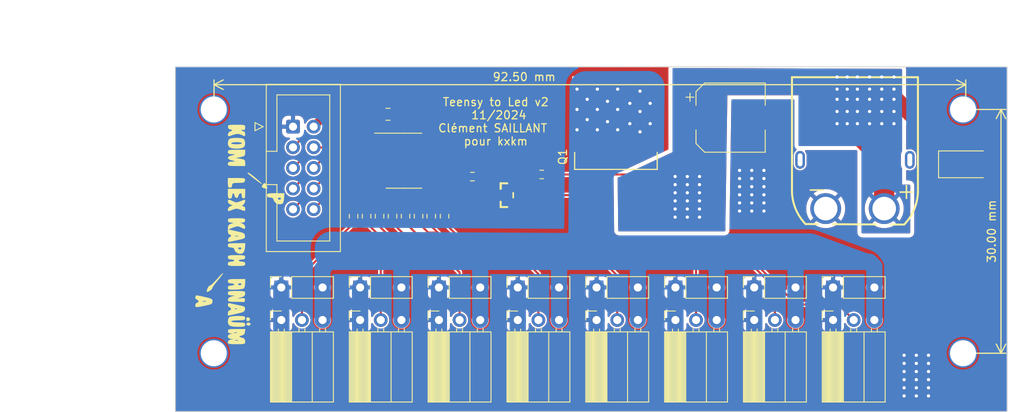
<source format=kicad_pcb>
(kicad_pcb (version 20240108) (generator "pcbnew") (generator_version "8.0")
  (layers (0 "F.Cu" signal) (31 "B.Cu" signal) (34 "B.Paste" user) (35 "F.Paste" user) (36 "B.SilkS" user "B.Silkscreen") (37 "F.SilkS" user "F.Silkscreen") (38 "B.Mask" user) (39 "F.Mask" user) (44 "Edge.Cuts" user))
  (net 0 "")
  (net 1 "+5V")
  (net 2 "GND")
  (net 3 "+12V")
  (net 4 "/LED_B_1")
  (net 5 "/LED_B_2")
  (net 6 "/LED_B_3")
  (net 7 "/LED_B_4")
  (net 8 "/LED_B_5")
  (net 9 "/LED_B_6")
  (net 10 "/LED_B_7")
  (net 11 "/LED_B_8")
  (net 12 "/LED_1")
  (net 13 "/LED_2")
  (net 14 "/LED_3")
  (net 15 "/LED_4")
  (net 16 "/LED_5")
  (net 17 "/LED_8")
  (net 18 "/LED_7")
  (net 19 "/LED_6")
  (net 20 "Net-(U1-B0)")
  (net 21 "Net-(U1-B1)")
  (net 22 "Net-(U1-B2)")
  (net 23 "Net-(U1-B3)")
  (net 24 "Net-(U1-B4)")
  (net 25 "Net-(U1-B5)")
  (net 26 "Net-(U1-B6)")
  (net 27 "Net-(U1-B7)")
  (net 28 "+BATT")
  (net 29 "Net-(Q1-G)")
  (net 30 "Net-(Q2-B)")
  (footprint "Resistor_SMD:R_0603_1608Metric" (layer "F.Cu") (at 91.6 58.13 -90)
    (property "Reference" "R2" (hide yes))
    (property "Value" "100R" (hide yes))
    (pad "1" smd roundrect (at -0.825 0 270) (size 0.8 0.95) (layers "F.Cu" "F.Paste" "F.Mask") (net 21 "Net-(U1-B1)"))
    (pad "2" smd roundrect (at 0.825 0 270) (size 0.8 0.95) (layers "F.Cu" "F.Paste" "F.Mask") (net 5 "/LED_B_2"))
  )
  (footprint "Connector_PinSocket_2.54mm:PinSocket_1x03_P2.54mm_Horizontal" (layer "F.Cu") (at 139.308 70.911 90)
    (property "Reference" "J7" (hide yes))
    (property "Value" "Conn_01x03_Pin" (hide yes))
    (pad "1" thru_hole rect (at 0 0 90) (size 1.7 1.7) (drill 1) (layers "*.Cu" "*.Mask") (net 2 "GND"))
    (pad "2" thru_hole oval (at 0 2.54 90) (size 1.7 1.7) (drill 1) (layers "*.Cu" "*.Mask") (net 10 "/LED_B_7"))
    (pad "3" thru_hole oval (at 0 5.08 90) (size 1.7 1.7) (drill 1) (layers "*.Cu" "*.Mask") (net 3 "+12V"))
  )
  (footprint "Connector_PinSocket_2.54mm:PinSocket_1x03_P2.54mm_Vertical" (layer "F.Cu") (at 149.008 66.904 90)
    (property "Reference" "J16" (hide yes))
    (property "Value" "Conn_01x03_Pin" (hide yes))
    (pad "1" thru_hole rect (at 0 0 90) (size 1.7 1.7) (drill 1) (layers "*.Cu" "*.Mask") (net 2 "GND"))
    (pad "3" thru_hole oval (at 0 5.08 90) (size 1.7 1.7) (drill 1) (layers "*.Cu" "*.Mask") (net 3 "+12V"))
  )
  (footprint "Connector_PinSocket_2.54mm:PinSocket_1x03_P2.54mm_Vertical" (layer "F.Cu") (at 119.908 66.904 90)
    (property "Reference" "J13" (hide yes))
    (property "Value" "Conn_01x03_Pin" (hide yes))
    (pad "1" thru_hole rect (at 0 0 90) (size 1.7 1.7) (drill 1) (layers "*.Cu" "*.Mask") (net 2 "GND"))
    (pad "3" thru_hole oval (at 0 5.08 90) (size 1.7 1.7) (drill 1) (layers "*.Cu" "*.Mask") (net 3 "+12V"))
  )
  (footprint "Connector_PinSocket_2.54mm:PinSocket_1x03_P2.54mm_Horizontal" (layer "F.Cu") (at 129.608 70.911 90)
    (property "Reference" "J6" (hide yes))
    (property "Value" "Conn_01x03_Pin" (hide yes))
    (pad "1" thru_hole rect (at 0 0 90) (size 1.7 1.7) (drill 1) (layers "*.Cu" "*.Mask") (net 2 "GND"))
    (pad "2" thru_hole oval (at 0 2.54 90) (size 1.7 1.7) (drill 1) (layers "*.Cu" "*.Mask") (net 9 "/LED_B_6"))
    (pad "3" thru_hole oval (at 0 5.08 90) (size 1.7 1.7) (drill 1) (layers "*.Cu" "*.Mask") (net 3 "+12V"))
  )
  (footprint "Connector_PinSocket_2.54mm:PinSocket_1x03_P2.54mm_Vertical" (layer "F.Cu") (at 129.608 66.904 90)
    (property "Reference" "J14" (hide yes))
    (property "Value" "Conn_01x03_Pin" (hide yes))
    (pad "1" thru_hole rect (at 0 0 90) (size 1.7 1.7) (drill 1) (layers "*.Cu" "*.Mask") (net 2 "GND"))
    (pad "3" thru_hole oval (at 0 5.08 90) (size 1.7 1.7) (drill 1) (layers "*.Cu" "*.Mask") (net 3 "+12V"))
  )
  (footprint "Connector_PinSocket_2.54mm:PinSocket_1x03_P2.54mm_Horizontal" (layer "F.Cu") (at 110.208 70.911 90)
    (property "Reference" "J4" (hide yes))
    (property "Value" "Conn_01x03_Pin" (hide yes))
    (pad "1" thru_hole rect (at 0 0 90) (size 1.7 1.7) (drill 1) (layers "*.Cu" "*.Mask") (net 2 "GND"))
    (pad "2" thru_hole oval (at 0 2.54 90) (size 1.7 1.7) (drill 1) (layers "*.Cu" "*.Mask") (net 7 "/LED_B_4"))
    (pad "3" thru_hole oval (at 0 5.08 90) (size 1.7 1.7) (drill 1) (layers "*.Cu" "*.Mask") (net 3 "+12V"))
  )
  (footprint "easyeda2kicad:TO-263-2_L10.1-W9.1-P5.08-LS15.2-TL-1" (layer "F.Cu") (at 122.286858 50.825944 90)
    (property "Reference" "Q1" (at 0 -6.54 90) (layer "F.SilkS"))
    (property "Value" "SUM110P04-04L-E3")
    (pad "1" smd rect (at -5.23 -2.54 90) (size 3.5 1.5) (layers "F.Cu" "F.Paste" "F.Mask") (net 29 "Net-(Q1-G)"))
    (pad "3" smd rect (at -5.23 2.54 90) (size 3.5 1.5) (layers "F.Cu" "F.Paste" "F.Mask") (net 28 "+BATT"))
    (pad "4" smd rect (at 5.23 0 90) (size 9 10.4) (layers "F.Cu" "F.Paste" "F.Mask") (net 3 "+12V"))
  )
  (footprint "MountingHole:MountingHole_3.2mm_M3_DIN965_Pad_TopOnly" (layer "F.Cu") (at 165 45)
    (property "Reference" "H3" (hide yes))
    (property "Value" "MountingHole_Pad" (hide yes))
    (pad "1" thru_hole circle (at 0 0) (size 3.6 3.6) (drill 3.2) (layers "*.Cu" "*.Mask"))
    (pad "1" connect circle (at 0 0) (size 5.6 5.6) (layers "F.Cu" "F.Mask"))
  )
  (footprint "Connector_PinSocket_2.54mm:PinSocket_1x03_P2.54mm_Vertical" (layer "F.Cu") (at 90.808 66.904 90)
    (property "Reference" "J10" (hide yes))
    (property "Value" "Conn_01x03_Pin" (hide yes))
    (pad "1" thru_hole rect (at 0 0 90) (size 1.7 1.7) (drill 1) (layers "*.Cu" "*.Mask") (net 2 "GND"))
    (pad "3" thru_hole oval (at 0 5.08 90) (size 1.7 1.7) (drill 1) (layers "*.Cu" "*.Mask") (net 3 "+12V"))
  )
  (footprint "Resistor_SMD:R_0603_1608Metric" (layer "F.Cu") (at 99.562852 58.13 -90)
    (property "Reference" "R7" (hide yes))
    (property "Value" "100R" (hide yes))
    (pad "1" smd roundrect (at -0.825 0 270) (size 0.8 0.95) (layers "F.Cu" "F.Paste" "F.Mask") (net 26 "Net-(U1-B6)"))
    (pad "2" smd roundrect (at 0.825 0 270) (size 0.8 0.95) (layers "F.Cu" "F.Paste" "F.Mask") (net 10 "/LED_B_7"))
  )
  (footprint "MountingHole:MountingHole_3.2mm_M3_DIN965_Pad_TopOnly" (layer "F.Cu") (at 72.8 45)
    (property "Reference" "H1" (hide yes))
    (property "Value" "MountingHole_Pad" (hide yes))
    (pad "1" thru_hole circle (at 0 0) (size 3.6 3.6) (drill 3.2) (layers "*.Cu" "*.Mask"))
    (pad "1" connect circle (at 0 0) (size 5.6 5.6) (layers "F.Cu" "F.Mask"))
  )
  (footprint "Connector_PinSocket_2.54mm:PinSocket_1x03_P2.54mm_Horizontal" (layer "F.Cu") (at 81.108 70.911 90)
    (property "Reference" "J1" (hide yes))
    (property "Value" "Conn_01x03_Pin" (hide yes))
    (pad "1" thru_hole rect (at 0 0 90) (size 1.7 1.7) (drill 1) (layers "*.Cu" "*.Mask") (net 2 "GND"))
    (pad "2" thru_hole oval (at 0 2.54 90) (size 1.7 1.7) (drill 1) (layers "*.Cu" "*.Mask") (net 4 "/LED_B_1"))
    (pad "3" thru_hole oval (at 0 5.08 90) (size 1.7 1.7) (drill 1) (layers "*.Cu" "*.Mask") (net 3 "+12V"))
  )
  (footprint "Resistor_SMD:R_0603_1608Metric" (layer "F.Cu") (at 104.629026 53.259919)
    (property "Reference" "R9" (hide yes))
    (property "Value" "10K")
    (pad "1" smd roundrect (at -0.825 0) (size 0.8 0.95) (layers "F.Cu" "F.Paste" "F.Mask") (net 1 "+5V"))
    (pad "2" smd roundrect (at 0.825 0) (size 0.8 0.95) (layers "F.Cu" "F.Paste" "F.Mask") (net 30 "Net-(Q2-B)"))
  )
  (footprint "Connector_PinSocket_2.54mm:PinSocket_1x03_P2.54mm_Vertical" (layer "F.Cu") (at 100.508 66.904 90)
    (property "Reference" "J11" (hide yes))
    (property "Value" "Conn_01x03_Pin" (hide yes))
    (pad "1" thru_hole rect (at 0 0 90) (size 1.7 1.7) (drill 1) (layers "*.Cu" "*.Mask") (net 2 "GND"))
    (pad "3" thru_hole oval (at 0 5.08 90) (size 1.7 1.7) (drill 1) (layers "*.Cu" "*.Mask") (net 3 "+12V"))
  )
  (footprint "easyeda2kicad:SOT-23-3_L2.9-W1.3-P1.90-LS2.4-TR" (layer "F.Cu") (at 108.75 55.55)
    (property "Reference" "Q2" (hide yes))
    (property "Value" "2n3904S-RTK/PS_C18536" (hide yes))
    (pad "1" smd rect (at 1.25 -0.95 270) (size 0.7 1.25) (layers "F.Cu" "F.Paste" "F.Mask") (net 2 "GND"))
    (pad "2" smd rect (at 1.25 0.95 270) (size 0.7 1.25) (layers "F.Cu" "F.Paste" "F.Mask") (net 30 "Net-(Q2-B)"))
    (pad "3" smd rect (at -1.25 0 270) (size 0.7 1.25) (layers "F.Cu" "F.Paste" "F.Mask") (net 29 "Net-(Q1-G)"))
  )
  (footprint "LOGO" (layer "F.Cu") (at 76 60.25 -90)
    (property "Reference" "G***" (hide yes))
    (property "Value" "LOGO" (hide yes))
  )
  (footprint "Capacitor_SMD:C_0805_2012Metric_Pad1.18x1.45mm_HandSolder" (layer "F.Cu") (at 94.234 45.593)
    (property "Reference" "C1" (hide yes))
    (property "Value" "100nf" (hide yes))
    (pad "1" smd roundrect (at -1.0375 0) (size 1.175 1.45) (layers "F.Cu" "F.Paste" "F.Mask") (roundrect_rratio 0.212766) (net 1 "+5V"))
    (pad "2" smd roundrect (at 1.0375 0) (size 1.175 1.45) (layers "F.Cu" "F.Paste" "F.Mask") (roundrect_rratio 0.212766) (net 2 "GND"))
  )
  (footprint "Connector_PinSocket_2.54mm:PinSocket_1x03_P2.54mm_Horizontal" (layer "F.Cu") (at 119.908 70.911 90)
    (property "Reference" "J5" (hide yes))
    (property "Value" "Conn_01x03_Pin" (hide yes))
    (pad "1" thru_hole rect (at 0 0 90) (size 1.7 1.7) (drill 1) (layers "*.Cu" "*.Mask") (net 2 "GND"))
    (pad "2" thru_hole oval (at 0 2.54 90) (size 1.7 1.7) (drill 1) (layers "*.Cu" "*.Mask") (net 8 "/LED_B_5"))
    (pad "3" thru_hole oval (at 0 5.08 90) (size 1.7 1.7) (drill 1) (layers "*.Cu" "*.Mask") (net 3 "+12V"))
  )
  (footprint "Diode_SMD:D_SMA" (layer "F.Cu") (at 165.5 51.75)
    (property "Reference" "D1" (hide yes))
    (property "Value" "1A/100V")
    (pad "1" smd roundrect (at -2 0) (size 2.5 1.8) (layers "F.Cu" "F.Paste" "F.Mask") (roundrect_rratio 0.1388888889) (net 28 "+BATT"))
    (pad "2" smd roundrect (at 2 0) (size 2.5 1.8) (layers "F.Cu" "F.Paste" "F.Mask") (roundrect_rratio 0.1388888889) (net 2 "GND"))
  )
  (footprint "Resistor_SMD:R_0603_1608Metric" (layer "F.Cu") (at 113.155 53)
    (property "Reference" "R10" (hide yes))
    (property "Value" "1K")
    (pad "1" smd roundrect (at -0.825 0) (size 0.8 0.95) (layers "F.Cu" "F.Paste" "F.Mask") (net 29 "Net-(Q1-G)"))
    (pad "2" smd roundrect (at 0.825 0) (size 0.8 0.95) (layers "F.Cu" "F.Paste" "F.Mask") (net 28 "+BATT"))
  )
  (footprint "Resistor_SMD:R_0603_1608Metric" (layer "F.Cu") (at 93.2 58.13 -90)
    (property "Reference" "R3" (hide yes))
    (property "Value" "100R" (hide yes))
    (pad "1" smd roundrect (at -0.825 0 270) (size 0.8 0.95) (layers "F.Cu" "F.Paste" "F.Mask") (net 22 "Net-(U1-B2)"))
    (pad "2" smd roundrect (at 0.825 0 270) (size 0.8 0.95) (layers "F.Cu" "F.Paste" "F.Mask") (net 6 "/LED_B_3"))
  )
  (footprint "MountingHole:MountingHole_3.2mm_M3_DIN965_Pad_TopOnly" (layer "F.Cu") (at 72.8 75)
    (property "Reference" "H2" (hide yes))
    (property "Value" "MountingHole_Pad" (hide yes))
    (pad "1" thru_hole circle (at 0 0) (size 3.6 3.6) (drill 3.2) (layers "*.Cu" "*.Mask"))
    (pad "1" connect circle (at 0 0) (size 5.6 5.6) (layers "F.Cu" "F.Mask"))
  )
  (footprint "Resistor_SMD:R_0603_1608Metric" (layer "F.Cu") (at 96.4 58.13 -90)
    (property "Reference" "R5" (hide yes))
    (property "Value" "100R" (hide yes))
    (pad "1" smd roundrect (at -0.825 0 270) (size 0.8 0.95) (layers "F.Cu" "F.Paste" "F.Mask") (net 24 "Net-(U1-B4)"))
    (pad "2" smd roundrect (at 0.825 0 270) (size 0.8 0.95) (layers "F.Cu" "F.Paste" "F.Mask") (net 8 "/LED_B_5"))
  )
  (footprint "Resistor_SMD:R_0603_1608Metric" (layer "F.Cu") (at 101.2 58.13 -90)
    (property "Reference" "R8" (hide yes))
    (property "Value" "100R" (hide yes))
    (pad "1" smd roundrect (at -0.825 0 270) (size 0.8 0.95) (layers "F.Cu" "F.Paste" "F.Mask") (net 27 "Net-(U1-B7)"))
    (pad "2" smd roundrect (at 0.825 0 270) (size 0.8 0.95) (layers "F.Cu" "F.Paste" "F.Mask") (net 11 "/LED_B_8"))
  )
  (footprint "Connector_PinSocket_2.54mm:PinSocket_1x03_P2.54mm_Horizontal" (layer "F.Cu") (at 90.808 70.911 90)
    (property "Reference" "J2" (hide yes))
    (property "Value" "Conn_01x03_Pin" (hide yes))
    (pad "1" thru_hole rect (at 0 0 90) (size 1.7 1.7) (drill 1) (layers "*.Cu" "*.Mask") (net 2 "GND"))
    (pad "2" thru_hole oval (at 0 2.54 90) (size 1.7 1.7) (drill 1) (layers "*.Cu" "*.Mask") (net 5 "/LED_B_2"))
    (pad "3" thru_hole oval (at 0 5.08 90) (size 1.7 1.7) (drill 1) (layers "*.Cu" "*.Mask") (net 3 "+12V"))
  )
  (footprint "Capacitor_SMD:CP_Elec_8x10" (layer "F.Cu") (at 136.4 46)
    (property "Reference" "C2" (hide yes))
    (property "Value" "100uF,50V" (hide yes))
    (pad "1" smd roundrect (at -3.25 0) (size 3.5 2.5) (layers "F.Cu" "F.Paste" "F.Mask") (roundrect_rratio 0.1) (net 28 "+BATT"))
    (pad "2" smd roundrect (at 3.25 0) (size 3.5 2.5) (layers "F.Cu" "F.Paste" "F.Mask") (roundrect_rratio 0.1) (net 2 "GND"))
  )
  (footprint "Connector_PinSocket_2.54mm:PinSocket_1x03_P2.54mm_Vertical" (layer "F.Cu") (at 110.208 66.904 90)
    (property "Reference" "J12" (hide yes))
    (property "Value" "Conn_01x03_Pin" (hide yes))
    (pad "1" thru_hole rect (at 0 0 90) (size 1.7 1.7) (drill 1) (layers "*.Cu" "*.Mask") (net 2 "GND"))
    (pad "3" thru_hole oval (at 0 5.08 90) (size 1.7 1.7) (drill 1) (layers "*.Cu" "*.Mask") (net 3 "+12V"))
  )
  (footprint "Connector_PinSocket_2.54mm:PinSocket_1x03_P2.54mm_Vertical" (layer "F.Cu") (at 81.108 66.904 90)
    (property "Reference" "J9" (hide yes))
    (property "Value" "Conn_01x03_Pin" (hide yes))
    (pad "1" thru_hole rect (at 0 0 90) (size 1.7 1.7) (drill 1) (layers "*.Cu" "*.Mask") (net 2 "GND"))
    (pad "3" thru_hole oval (at 0 5.08 90) (size 1.7 1.7) (drill 1) (layers "*.Cu" "*.Mask") (net 3 "+12V"))
  )
  (footprint "Resistor_SMD:R_0603_1608Metric" (layer "F.Cu") (at 94.8 58.13 -90)
    (property "Reference" "R4" (hide yes))
    (property "Value" "100R" (hide yes))
    (pad "1" smd roundrect (at -0.825 0 270) (size 0.8 0.95) (layers "F.Cu" "F.Paste" "F.Mask") (net 23 "Net-(U1-B3)"))
    (pad "2" smd roundrect (at 0.825 0 270) (size 0.8 0.95) (layers "F.Cu" "F.Paste" "F.Mask") (net 7 "/LED_B_4"))
  )
  (footprint "Connector_PinSocket_2.54mm:PinSocket_1x03_P2.54mm_Vertical" (layer "F.Cu") (at 139.308 66.904 90)
    (property "Reference" "J15" (hide yes))
    (property "Value" "Conn_01x03_Pin" (hide yes))
    (pad "1" thru_hole rect (at 0 0 90) (size 1.7 1.7) (drill 1) (layers "*.Cu" "*.Mask") (net 2 "GND"))
    (pad "3" thru_hole oval (at 0 5.08 90) (size 1.7 1.7) (drill 1) (layers "*.Cu" "*.Mask") (net 3 "+12V"))
  )
  (footprint "Connector_PinSocket_2.54mm:PinSocket_1x03_P2.54mm_Horizontal" (layer "F.Cu") (at 100.508 70.911 90)
    (property "Reference" "J3" (hide yes))
    (property "Value" "Conn_01x03_Pin" (hide yes))
    (pad "1" thru_hole rect (at 0 0 90) (size 1.7 1.7) (drill 1) (layers "*.Cu" "*.Mask") (net 2 "GND"))
    (pad "2" thru_hole oval (at 0 2.54 90) (size 1.7 1.7) (drill 1) (layers "*.Cu" "*.Mask") (net 6 "/LED_B_3"))
    (pad "3" thru_hole oval (at 0 5.08 90) (size 1.7 1.7) (drill 1) (layers "*.Cu" "*.Mask") (net 3 "+12V"))
  )
  (footprint "Resistor_SMD:R_0603_1608Metric" (layer "F.Cu") (at 98 58.13 -90)
    (property "Reference" "R6" (hide yes))
    (property "Value" "100R" (hide yes))
    (pad "1" smd roundrect (at -0.825 0 270) (size 0.8 0.95) (layers "F.Cu" "F.Paste" "F.Mask") (net 25 "Net-(U1-B5)"))
    (pad "2" smd roundrect (at 0.825 0 270) (size 0.8 0.95) (layers "F.Cu" "F.Paste" "F.Mask") (net 9 "/LED_B_6"))
  )
  (footprint "Connector_IDC:IDC-Header_2x05_P2.54mm_Vertical" (layer "F.Cu") (at 82.55 47.117)
    (property "Reference" "J18" (hide yes))
    (property "Value" "Conn_02x05_Counter_Clockwise" (hide yes))
    (pad "1" thru_hole roundrect (at 0 0) (size 1.7 1.7) (drill 1) (layers "*.Cu" "*.Mask") (roundrect_rratio 0.147059) (net 2 "GND"))
    (pad "2" thru_hole circle (at 2.54 0) (size 1.7 1.7) (drill 1) (layers "*.Cu" "*.Mask") (net 1 "+5V"))
    (pad "3" thru_hole circle (at 0 2.54) (size 1.7 1.7) (drill 1) (layers "*.Cu" "*.Mask") (net 12 "/LED_1"))
    (pad "4" thru_hole circle (at 2.54 2.54) (size 1.7 1.7) (drill 1) (layers "*.Cu" "*.Mask") (net 13 "/LED_2"))
    (pad "5" thru_hole circle (at 0 5.08) (size 1.7 1.7) (drill 1) (layers "*.Cu" "*.Mask") (net 14 "/LED_3"))
    (pad "6" thru_hole circle (at 2.54 5.08) (size 1.7 1.7) (drill 1) (layers "*.Cu" "*.Mask") (net 15 "/LED_4"))
    (pad "7" thru_hole circle (at 0 7.62) (size 1.7 1.7) (drill 1) (layers "*.Cu" "*.Mask") (net 16 "/LED_5"))
    (pad "8" thru_hole circle (at 2.54 7.62) (size 1.7 1.7) (drill 1) (layers "*.Cu" "*.Mask") (net 19 "/LED_6"))
    (pad "9" thru_hole circle (at 0 10.16) (size 1.7 1.7) (drill 1) (layers "*.Cu" "*.Mask") (net 18 "/LED_7"))
    (pad "10" thru_hole circle (at 2.54 10.16) (size 1.7 1.7) (drill 1) (layers "*.Cu" "*.Mask") (net 17 "/LED_8"))
  )
  (footprint "Resistor_SMD:R_0603_1608Metric" (layer "F.Cu") (at 90 58.13 -90)
    (property "Reference" "R1" (hide yes))
    (property "Value" "100R" (hide yes))
    (pad "1" smd roundrect (at -0.825 0 270) (size 0.8 0.95) (layers "F.Cu" "F.Paste" "F.Mask") (net 20 "Net-(U1-B0)"))
    (pad "2" smd roundrect (at 0.825 0 270) (size 0.8 0.95) (layers "F.Cu" "F.Paste" "F.Mask") (net 4 "/LED_B_1"))
  )
  (footprint "Package_SO:TSSOP-20_4.4x6.5mm_P0.65mm" (layer "F.Cu") (at 96.1975 51.304)
    (property "Reference" "U1" (hide yes))
    (property "Value" "74HCT245" (hide yes))
    (pad "1" smd roundrect (at -2.8625 -2.925) (size 1.475 0.4) (layers "F.Cu" "F.Paste" "F.Mask") (net 1 "+5V"))
    (pad "2" smd roundrect (at -2.8625 -2.275) (size 1.475 0.4) (layers "F.Cu" "F.Paste" "F.Mask") (net 12 "/LED_1"))
    (pad "3" smd roundrect (at -2.8625 -1.625) (size 1.475 0.4) (layers "F.Cu" "F.Paste" "F.Mask") (net 13 "/LED_2"))
    (pad "4" smd roundrect (at -2.8625 -0.975) (size 1.475 0.4) (layers "F.Cu" "F.Paste" "F.Mask") (net 14 "/LED_3"))
    (pad "5" smd roundrect (at -2.8625 -0.325) (size 1.475 0.4) (layers "F.Cu" "F.Paste" "F.Mask") (net 15 "/LED_4"))
    (pad "6" smd roundrect (at -2.8625 0.325) (size 1.475 0.4) (layers "F.Cu" "F.Paste" "F.Mask") (net 16 "/LED_5"))
    (pad "7" smd roundrect (at -2.8625 0.975) (size 1.475 0.4) (layers "F.Cu" "F.Paste" "F.Mask") (net 19 "/LED_6"))
    (pad "8" smd roundrect (at -2.8625 1.625) (size 1.475 0.4) (layers "F.Cu" "F.Paste" "F.Mask") (net 18 "/LED_7"))
    (pad "9" smd roundrect (at -2.8625 2.275) (size 1.475 0.4) (layers "F.Cu" "F.Paste" "F.Mask") (net 17 "/LED_8"))
    (pad "10" smd roundrect (at -2.8625 2.925) (size 1.475 0.4) (layers "F.Cu" "F.Paste" "F.Mask") (net 2 "GND"))
    (pad "11" smd roundrect (at 2.8625 2.925) (size 1.475 0.4) (layers "F.Cu" "F.Paste" "F.Mask") (net 27 "Net-(U1-B7)"))
    (pad "12" smd roundrect (at 2.8625 2.275) (size 1.475 0.4) (layers "F.Cu" "F.Paste" "F.Mask") (net 26 "Net-(U1-B6)"))
    (pad "13" smd roundrect (at 2.8625 1.625) (size 1.475 0.4) (layers "F.Cu" "F.Paste" "F.Mask") (net 25 "Net-(U1-B5)"))
    (pad "14" smd roundrect (at 2.8625 0.975) (size 1.475 0.4) (layers "F.Cu" "F.Paste" "F.Mask") (net 24 "Net-(U1-B4)"))
    (pad "15" smd roundrect (at 2.8625 0.325) (size 1.475 0.4) (layers "F.Cu" "F.Paste" "F.Mask") (net 23 "Net-(U1-B3)"))
    (pad "16" smd roundrect (at 2.8625 -0.325) (size 1.475 0.4) (layers "F.Cu" "F.Paste" "F.Mask") (net 22 "Net-(U1-B2)"))
    (pad "17" smd roundrect (at 2.8625 -0.975) (size 1.475 0.4) (layers "F.Cu" "F.Paste" "F.Mask") (net 21 "Net-(U1-B1)"))
    (pad "18" smd roundrect (at 2.8625 -1.625) (size 1.475 0.4) (layers "F.Cu" "F.Paste" "F.Mask") (net 20 "Net-(U1-B0)"))
    (pad "19" smd roundrect (at 2.8625 -2.275) (size 1.475 0.4) (layers "F.Cu" "F.Paste" "F.Mask") (net 2 "GND"))
    (pad "20" smd roundrect (at 2.8625 -2.925) (size 1.475 0.4) (layers "F.Cu" "F.Paste" "F.Mask") (net 1 "+5V"))
  )
  (footprint "easyeda2kicad:CONN-TH_XT60PW-M" (layer "F.Cu") (at 151.7 54.2 -90)
    (property "Reference" "CN1" (hide yes))
    (property "Value" "XT60PW-M")
    (fp_text user "-" (at 0.56 6.1 0) (layer "F.SilkS") (effects (font (size 2.03 2.03) (thickness 0.2)) (justify left)))
    (fp_text user "+" (at 0.81 -4.95 0) (layer "F.SilkS") (effects (font (size 2.03 2.03) (thickness 0.2)) (justify left)))
    (pad "1" thru_hole circle (at 3 3.6) (size 3.8 3.8) (drill 2.90002) (layers "*.Cu" "*.Mask") (net 2 "GND"))
    (pad "2" thru_hole circle (at 3 -3.6) (size 3.8 3.8) (drill 2.90002) (layers "*.Cu" "*.Mask") (net 28 "+BATT"))
    (pad "3" thru_hole oval (at -3 -6.75) (size 1.2 2.2) (drill oval 0.599999 1.599997) (layers "*.Cu" "*.Mask"))
    (pad "4" thru_hole oval (at -3 6.75) (size 1.2 2.2) (drill oval 0.599999 1.599997) (layers "*.Cu" "*.Mask"))
  )
  (footprint "Connector_PinSocket_2.54mm:PinSocket_1x03_P2.54mm_Horizontal" (layer "F.Cu") (at 149.008 70.911 90)
    (property "Reference" "J8" (hide yes))
    (property "Value" "Conn_01x03_Pin" (hide yes))
    (pad "1" thru_hole rect (at 0 0 90) (size 1.7 1.7) (drill 1) (layers "*.Cu" "*.Mask") (net 2 "GND"))
    (pad "2" thru_hole oval (at 0 2.54 90) (size 1.7 1.7) (drill 1) (layers "*.Cu" "*.Mask") (net 11 "/LED_B_8"))
    (pad "3" thru_hole oval (at 0 5.08 90) (size 1.7 1.7) (drill 1) (layers "*.Cu" "*.Mask") (net 3 "+12V"))
  )
  (footprint "MountingHole:MountingHole_3.2mm_M3_DIN965_Pad_TopOnly" (layer "F.Cu") (at 165 75)
    (property "Reference" "H4" (hide yes))
    (property "Value" "MountingHole_Pad" (hide yes))
    (pad "1" thru_hole circle (at 0 0) (size 3.6 3.6) (drill 3.2) (layers "*.Cu" "*.Mask"))
    (pad "1" connect circle (at 0 0) (size 5.6 5.6) (layers "F.Cu" "F.Mask"))
  )
  (gr_rect (start 68.072 39.751) (end 170.434 82.169) (stroke (width 0.1)) (fill none) (layer "Edge.Cuts"))
  (gr_text "Teensy to Led v2\n 11/2024\nClément SAILLANT \npour kxkm" (at 107.5 49.5 0) (layer "F.SilkS") (effects (font (size 1 1)) (justify bottom)))
  (dimension (type aligned) (layer "F.SilkS") (pts (xy 72.832 45.811) (xy 165.332 45.811)) (height -3.86) (gr_text "92.50 mm" (at 111 41 0) (layer "F.SilkS") (effects (font (size 1 1) (thickness 0.15)))) (format (prefix "") (suffix "") (units 3) (units_format 1) (precision 2)) (style (thickness 0.15) (arrow_length 1.27) (text_position_mode 2) (extension_height 0.58642) (extension_offset 0.5) keep_text_aligned))
  (dimension (type aligned) (layer "F.SilkS") (pts (xy 165.332 45) (xy 165.332 75)) (height -4.34) (gr_text "30.00 mm" (at 168.522 60 90) (layer "F.SilkS") (effects (font (size 1 1) (thickness 0.15)))) (format (prefix "") (suffix "") (units 3) (units_format 1) (precision 2)) (style (thickness 0.15) (arrow_length 1.27) (text_position_mode 0) (extension_height 0.58642) (extension_offset 0.5) keep_text_aligned))
  (segment (start 86.614 45.593) (end 93.1965 45.593) (width 1) (layer "F.Cu") (net 1))
  (segment (start 102.259919 53.259919) (end 102 53) (width 0.25) (layer "F.Cu") (net 1))
  (segment (start 93.335 45.7315) (end 93.1965 45.593) (width 0.5) (layer "F.Cu") (net 1))
  (segment (start 102 49.2805) (end 101.0985 48.379) (width 0.25) (layer "F.Cu") (net 1))
  (segment (start 102 53) (end 102 49.2805) (width 0.25) (layer "F.Cu") (net 1))
  (segment (start 85.09 47.117) (end 86.614 45.593) (width 1) (layer "F.Cu") (net 1))
  (segment (start 103.804026 53.259919) (end 102.259919 53.259919) (width 0.25) (layer "F.Cu") (net 1))
  (segment (start 93.335 48.379) (end 99.06 48.379) (width 0.5) (layer "F.Cu") (net 1))
  (segment (start 93.335 48.379) (end 93.335 45.7315) (width 0.5) (layer "F.Cu") (net 1))
  (segment (start 101.0985 48.379) (end 99.06 48.379) (width 0.25) (layer "F.Cu") (net 1))
  (segment (start 140.5 52.5) (end 140.5 57.5) (width 2) (layer "F.Cu") (net 2))
  (segment (start 137.5 52.5) (end 137.5 57.5) (width 2) (layer "F.Cu") (net 2))
  (segment (start 139 57.5) (end 144.25 62.75) (width 4) (layer "F.Cu") (net 2))
  (segment (start 157.75 75.25) (end 157.75 80.25) (width 2) (layer "F.Cu") (net 2))
  (segment (start 159.25 65.25) (end 159.25 79.25) (width 4) (layer "F.Cu") (net 2))
  (segment (start 156.75 62.75) (end 159.25 65.25) (width 4) (layer "F.Cu") (net 2))
  (segment (start 139 52.5) (end 139 57.5) (width 2) (layer "F.Cu") (net 2))
  (segment (start 144.25 62.75) (end 156.75 62.75) (width 4) (layer "F.Cu") (net 2))
  (segment (start 160.75 75.25) (end 160.75 80.25) (width 2) (layer "F.Cu") (net 2))
  (via (at 157.75 80.25) (size 0.8) (drill 0.4) (layers "F.Cu" "B.Cu") (net 2))
  (via (at 159.25 76.25) (size 0.8) (drill 0.4) (layers "F.Cu" "B.Cu") (net 2))
  (via (at 139 54.5) (size 0.8) (drill 0.4) (layers "F.Cu" "B.Cu") (net 2))
  (via (at 140.5 52.5) (size 0.8) (drill 0.4) (layers "F.Cu" "B.Cu") (net 2))
  (via (at 137.5 53.5) (size 0.8) (drill 0.4) (layers "F.Cu" "B.Cu") (net 2))
  (via (at 137.5 55.5) (size 0.8) (drill 0.4) (layers "F.Cu" "B.Cu") (net 2))
  (via (at 160.75 80.25) (size 0.8) (drill 0.4) (layers "F.Cu" "B.Cu") (net 2))
  (via (at 160.75 76.25) (size 0.8) (drill 0.4) (layers "F.Cu" "B.Cu") (net 2))
  (via (at 160.75 77.25) (size 0.8) (drill 0.4) (layers "F.Cu" "B.Cu") (net 2))
  (via (at 140.5 55.5) (size 0.8) (drill 0.4) (layers "F.Cu" "B.Cu") (net 2))
  (via (at 140.5 54.5) (size 0.8) (drill 0.4) (layers "F.Cu" "B.Cu") (net 2))
  (via (at 157.75 79.25) (size 0.8) (drill 0.4) (layers "F.Cu" "B.Cu") (net 2))
  (via (at 159.25 80.25) (size 0.8) (drill 0.4) (layers "F.Cu" "B.Cu") (net 2))
  (via (at 137.5 54.5) (size 0.8) (drill 0.4) (layers "F.Cu" "B.Cu") (net 2))
  (via (at 159.25 77.25) (size 0.8) (drill 0.4) (layers "F.Cu" "B.Cu") (net 2))
  (via (at 159.25 79.25) (size 0.8) (drill 0.4) (layers "F.Cu" "B.Cu") (net 2))
  (via (at 160.75 75.25) (size 0.8) (drill 0.4) (layers "F.Cu" "B.Cu") (net 2))
  (via (at 157.75 76.25) (size 0.8) (drill 0.4) (layers "F.Cu" "B.Cu") (net 2))
  (via (at 139 57.5) (size 0.8) (drill 0.4) (layers "F.Cu" "B.Cu") (net 2))
  (via (at 140.5 56.5) (size 0.8) (drill 0.4) (layers "F.Cu" "B.Cu") (net 2))
  (via (at 157.75 77.25) (size 0.8) (drill 0.4) (layers "F.Cu" "B.Cu") (net 2))
  (via (at 157.75 78.25) (size 0.8) (drill 0.4) (layers "F.Cu" "B.Cu") (net 2))
  (via (at 137.5 52.5) (size 0.8) (drill 0.4) (layers "F.Cu" "B.Cu") (net 2))
  (via (at 139 53.5) (size 0.8) (drill 0.4) (layers "F.Cu" "B.Cu") (net 2))
  (via (at 160.75 78.25) (size 0.8) (drill 0.4) (layers "F.Cu" "B.Cu") (net 2))
  (via (at 140.5 53.5) (size 0.8) (drill 0.4) (layers "F.Cu" "B.Cu") (net 2))
  (via (at 159.25 75.25) (size 0.8) (drill 0.4) (layers "F.Cu" "B.Cu") (net 2))
  (via (at 157.75 75.25) (size 0.8) (drill 0.4) (layers "F.Cu" "B.Cu") (net 2))
  (via (at 139 55.5) (size 0.8) (drill 0.4) (layers "F.Cu" "B.Cu") (net 2))
  (via (at 139 52.5) (size 0.8) (drill 0.4) (layers "F.Cu" "B.Cu") (net 2))
  (via (at 140.5 57.5) (size 0.8) (drill 0.4) (layers "F.Cu" "B.Cu") (net 2))
  (via (at 137.5 56.5) (size 0.8) (drill 0.4) (layers "F.Cu" "B.Cu") (net 2))
  (via (at 159.25 78.25) (size 0.8) (drill 0.4) (layers "F.Cu" "B.Cu") (net 2))
  (via (at 160.75 79.25) (size 0.8) (drill 0.4) (layers "F.Cu" "B.Cu") (net 2))
  (via (at 139 56.5) (size 0.8) (drill 0.4) (layers "F.Cu" "B.Cu") (net 2))
  (via (at 137.5 57.5) (size 0.8) (drill 0.4) (layers "F.Cu" "B.Cu") (net 2))
  (segment (start 146.9 77.6) (end 155.4 77.6) (width 2) (layer "B.Cu") (net 2))
  (segment (start 90.5 76.8) (end 90.5 75.7) (width 2) (layer "B.Cu") (net 2))
  (segment (start 139.308 66.904) (end 139.308 70.911) (width 2) (layer "B.Cu") (net 2))
  (segment (start 118.8 77.5) (end 109.4 77.5) (width 2) (layer "B.Cu") (net 2))
  (segment (start 100.508 70.911) (end 100.508 76.592) (width 2) (layer "B.Cu") (net 2))
  (segment (start 89.8 77.5) (end 90.5 76.8) (width 2) (layer "B.Cu") (net 2))
  (segment (start 110.208 70.911) (end 110.208 76.692) (width 2) (layer "B.Cu") (net 2))
  (segment (start 146.9 77.6) (end 137.2 77.6) (width 2) (layer "B.Cu") (net 2))
  (segment (start 110.208 76.692) (end 109.4 77.5) (width 2) (layer "B.Cu") (net 2))
  (segment (start 128.4 77.5) (end 118.8 77.5) (width 2) (layer "B.Cu") (net 2))
  (segment (start 155.4 77.6) (end 157.75 75.25) (width 2) (layer "B.Cu") (net 2))
  (segment (start 100.508 76.592) (end 99.6 77.5) (width 2) (layer "B.Cu") (net 2))
  (segment (start 137.5 57.5) (end 140.5 57.5) (width 2) (layer "B.Cu") (net 2))
  (segment (start 149.008 66.904) (end 149.008 70.911) (width 2) (layer "B.Cu") (net 2))
  (segment (start 100.508 66.904) (end 100.508 70.911) (width 2) (layer "B.Cu") (net 2))
  (segment (start 110.208 66.904) (end 110.208 70.911) (width 2) (layer "B.Cu") (net 2))
  (segment (start 139.308 75.492) (end 137.1 77.7) (width 2) (layer "B.Cu") (net 2))
  (segment (start 81.108 66.904) (end 81.108 70.911) (width 2) (layer "B.Cu") (net 2))
  (segment (start 129.608 76.292) (end 128.4 77.5) (width 2) (layer "B.Cu") (net 2))
  (segment (start 157.75 80.25) (end 160.75 80.25) (width 2) (layer "B.Cu") (net 2))
  (segment (start 129.608 70.911) (end 129.608 76.292) (width 2) (layer "B.Cu") (net 2))
  (segment (start 159.25 75.25) (end 159.25 80.25) (width 2) (layer "B.Cu") (net 2))
  (segment (start 135.6 77.5) (end 128.4 77.5) (width 2) (layer "B.Cu") (net 2))
  (segment (start 90.5 75.7) (end 90.808 75.392) (width 2) (layer "B.Cu") (net 2))
  (segment (start 129.608 66.904) (end 129.608 70.911) (width 2) (layer "B.Cu") (net 2))
  (segment (start 137.1 77.7) (end 135.8 77.7) (width 2) (layer "B.Cu") (net 2))
  (segment (start 81.108 70.911) (end 81.108 76.508) (width 2) (layer "B.Cu") (net 2))
  (segment (start 137.5 52.5) (end 140.5 52.5) (width 2) (layer "B.Cu") (net 2))
  (segment (start 157.75 75.25) (end 160.75 75.25) (width 2) (layer "B.Cu") (net 2))
  (segment (start 81.108 76.508) (end 82.1 77.5) (width 2) (layer "B.Cu") (net 2))
  (segment (start 137.2 77.6) (end 137.1 77.7) (width 2) (layer "B.Cu") (net 2))
  (segment (start 90.808 75.392) (end 90.808 70.911) (width 2) (layer "B.Cu") (net 2))
  (segment (start 139.308 70.911) (end 139.308 75.492) (width 2) (layer "B.Cu") (net 2))
  (segment (start 90.808 66.904) (end 90.808 70.911) (width 2) (layer "B.Cu") (net 2))
  (segment (start 99.6 77.5) (end 89.8 77.5) (width 2) (layer "B.Cu") (net 2))
  (segment (start 109.4 77.5) (end 99.6 77.5) (width 2) (layer "B.Cu") (net 2))
  (segment (start 149.008 70.911) (end 149.008 75.492) (width 2) (layer "B.Cu") (net 2))
  (segment (start 119.908 66.904) (end 119.908 70.911) (width 2) (layer "B.Cu") (net 2))
  (segment (start 135.8 77.7) (end 135.6 77.5) (width 2) (layer "B.Cu") (net 2))
  (segment (start 119.908 70.911) (end 119.908 76.392) (width 2) (layer "B.Cu") (net 2))
  (segment (start 119.908 76.392) (end 118.8 77.5) (width 2) (layer "B.Cu") (net 2))
  (segment (start 82.1 77.5) (end 89.8 77.5) (width 2) (layer "B.Cu") (net 2))
  (segment (start 149.008 75.492) (end 146.9 77.6) (width 2) (layer "B.Cu") (net 2))
  (via (at 122.5 42.5) (size 0.8) (drill 0.4) (layers "F.Cu" "B.Cu") (net 3))
  (via (at 120 42.5) (size 0.8) (drill 0.4) (layers "F.Cu" "B.Cu") (net 3))
  (via (at 117.5 47.5) (size 0.8) (drill 0.4) (layers "F.Cu" "B.Cu") (net 3))
  (via (at 120 47.5) (size 0.8) (drill 0.4) (layers "F.Cu" "B.Cu") (net 3))
  (via (at 121.25 44) (size 0.8) (drill 0.4) (layers "F.Cu" "B.Cu") (net 3))
  (via (at 120 45) (size 0.8) (drill 0.4) (layers "F.Cu" "B.Cu") (net 3))
  (via (at 118.75 46.25) (size 0.8) (drill 0.4) (layers "F.Cu" "B.Cu") (net 3))
  (via (at 126.5 46.75) (size 0.8) (drill 0.4) (layers "F.Cu" "B.Cu") (net 3))
  (via (at 118.75 43.75) (size 0.8) (drill 0.4) (layers "F.Cu" "B.Cu") (net 3))
  (via (at 124 44.25) (size 0.8) (drill 0.4) (layers "F.Cu" "B.Cu") (net 3))
  (via (at 122.5 45) (size 0.8) (drill 0.4) (layers "F.Cu" "B.Cu") (net 3))
  (via (at 125.25 42.75) (size 0.8) (drill 0.4) (layers "F.Cu" "B.Cu") (net 3))
  (via (at 122.5 47.5) (size 0.8) (drill 0.4) (layers "F.Cu" "B.Cu") (net 3))
  (via (at 125.25 47.75) (size 0.8) (drill 0.4) (layers "F.Cu" "B.Cu") (net 3))
  (via (at 126.5 44.25) (size 0.8) (drill 0.4) (layers "F.Cu" "B.Cu") (net 3))
  (via (at 121.25 46.5) (size 0.8) (drill 0.4) (layers "F.Cu" "B.Cu") (net 3))
  (via (at 124 46.75) (size 0.8) (drill 0.4) (layers "F.Cu" "B.Cu") (net 3))
  (via (at 117.5 45) (size 0.8) (drill 0.4) (layers "F.Cu" "B.Cu") (net 3))
  (via (at 125.25 45.25) (size 0.8) (drill 0.4) (layers "F.Cu" "B.Cu") (net 3))
  (via (at 117.5 42.5) (size 0.8) (drill 0.4) (layers "F.Cu" "B.Cu") (net 3))
  (segment (start 134.688 63.938) (end 134.5 63.75) (width 2) (layer "B.Cu") (net 3))
  (segment (start 144.388 70.911) (end 144.388 66.904) (width 2) (layer "B.Cu") (net 3))
  (segment (start 125 63.75) (end 134.5 63.75) (width 2) (layer "B.Cu") (net 3))
  (segment (start 95.888 70.911) (end 95.888 66.904) (width 2) (layer "B.Cu") (net 3))
  (segment (start 115.288 70.911) (end 115.288 66.904) (width 2) (layer "B.Cu") (net 3))
  (segment (start 86.188 70.911) (end 86.188 66.904) (width 2) (layer "B.Cu") (net 3))
  (segment (start 134.688 66.904) (end 134.688 63.938) (width 2) (layer "B.Cu") (net 3))
  (segment (start 115.288 63.788) (end 115.25 63.75) (width 2) (layer "B.Cu") (net 3))
  (segment (start 95.888 66.904) (end 95.888 63.862) (width 2) (layer "B.Cu") (net 3))
  (segment (start 124.988 66.904) (end 124.988 63.762) (width 2) (layer "B.Cu") (net 3))
  (segment (start 145 63.75) (end 144.388 64.362) (width 2) (layer "B.Cu") (net 3))
  (segment (start 86.188 64.562) (end 87 63.75) (width 2) (layer "B.Cu") (net 3))
  (segment (start 96 63.75) (end 106 63.75) (width 2) (layer "B.Cu") (net 3))
  (segment (start 105.588 66.904) (end 105.588 64.162) (width 2) (layer "B.Cu") (net 3))
  (segment (start 115.288 66.904) (end 115.288 63.788) (width 2) (layer "B.Cu") (net 3))
  (segment (start 154.088 64.338) (end 153.5 63.75) (width 2) (layer "B.Cu") (net 3))
  (segment (start 134.5 63.75) (end 145 63.75) (width 2) (layer "B.Cu") (net 3))
  (segment (start 86.188 66.904) (end 86.188 64.562) (width 2) (layer "B.Cu") (net 3))
  (segment (start 105.588 70.911) (end 105.588 66.904) (width 2) (layer "B.Cu") (net 3))
  (segment (start 87 63.75) (end 96 63.75) (width 2) (layer "B.Cu") (net 3))
  (segment (start 106 63.75) (end 115.25 63.75) (width 2) (layer "B.Cu") (net 3))
  (segment (start 144.388 64.362) (end 144.388 66.904) (width 2) (layer "B.Cu") (net 3))
  (segment (start 154.088 66.904) (end 154.088 64.338) (width 2) (layer "B.Cu") (net 3))
  (segment (start 124.988 70.911) (end 124.988 66.904) (width 2) (layer "B.Cu") (net 3))
  (segment (start 105.588 64.162) (end 106 63.75) (width 2) (layer "B.Cu") (net 3))
  (segment (start 124.988 63.762) (end 125 63.75) (width 2) (layer "B.Cu") (net 3))
  (segment (start 153.5 63.75) (end 145 63.75) (width 2) (layer "B.Cu") (net 3))
  (segment (start 95.888 63.862) (end 96 63.75) (width 2) (layer "B.Cu") (net 3))
  (segment (start 154.088 70.911) (end 154.088 66.904) (width 2) (layer "B.Cu") (net 3))
  (segment (start 134.688 70.911) (end 134.688 66.904) (width 2) (layer "B.Cu") (net 3))
  (segment (start 115.25 63.75) (end 125 63.75) (width 2) (layer "B.Cu") (net 3))
  (segment (start 83.648 65.352) (end 90.045 58.955) (width 0.25) (layer "F.Cu") (net 4))
  (segment (start 83.648 70.911) (end 83.648 65.352) (width 0.25) (layer "F.Cu") (net 4))
  (segment (start 93.348 70.911) (end 93.4 70.859) (width 0.25) (layer "F.Cu") (net 5))
  (segment (start 93.348 70.911) (end 93.348 60.703) (width 0.25) (layer "F.Cu") (net 5))
  (segment (start 93.348 60.703) (end 91.6 58.955) (width 0.25) (layer "F.Cu") (net 5))
  (segment (start 103.048 70.911) (end 103.048 65.048) (width 0.25) (layer "F.Cu") (net 6))
  (segment (start 99.2 61.2) (end 95 61.2) (width 0.25) (layer "F.Cu") (net 6))
  (segment (start 95 61.2) (end 93.2 59.4) (width 0.25) (layer "F.Cu") (net 6))
  (segment (start 103.048 65.048) (end 99.2 61.2) (width 0.25) (layer "F.Cu") (net 6))
  (segment (start 93.2 59.4) (end 93.2 58.955) (width 0.25) (layer "F.Cu") (net 6))
  (segment (start 99.45 60.85) (end 102.326371 63.726371) (width 0.25) (layer "F.Cu") (net 7))
  (segment (start 111.226371 63.726371) (end 112.748 65.248) (width 0.25) (layer "F.Cu") (net 7))
  (segment (start 94.8 58.955) (end 96.695 60.85) (width 0.25) (layer "F.Cu") (net 7))
  (segment (start 102.326371 63.726371) (end 111.226371 63.726371) (width 0.25) (layer "F.Cu") (net 7))
  (segment (start 112.748 65.248) (end 112.748 70.911) (width 0.25) (layer "F.Cu") (net 7))
  (segment (start 96.695 60.85) (end 99.45 60.85) (width 0.25) (layer "F.Cu") (net 7))
  (segment (start 122.448 65.448) (end 120.246 63.246) (width 0.25) (layer "F.Cu") (net 8))
  (segment (start 102.446 63.246) (end 99.7 60.5) (width 0.25) (layer "F.Cu") (net 8))
  (segment (start 122.448 70.911) (end 122.448 65.448) (width 0.25) (layer "F.Cu") (net 8))
  (segment (start 99.7 60.5) (end 97.945 60.5) (width 0.25) (layer "F.Cu") (net 8))
  (segment (start 97.945 60.5) (end 96.4 58.955) (width 0.25) (layer "F.Cu") (net 8))
  (segment (start 120.246 63.246) (end 102.446 63.246) (width 0.25) (layer "F.Cu") (net 8))
  (segment (start 132.148 70.911) (end 132.148 64.148) (width 0.25) (layer "F.Cu") (net 9))
  (segment (start 99.195 60.15) (end 98 58.955) (width 0.25) (layer "F.Cu") (net 9))
  (segment (start 99.95 60.15) (end 99.195 60.15) (width 0.25) (layer "F.Cu") (net 9))
  (segment (start 130.796 62.796) (end 102.596 62.796) (width 0.25) (layer "F.Cu") (net 9))
  (segment (start 102.596 62.796) (end 99.95 60.15) (width 0.25) (layer "F.Cu") (net 9))
  (segment (start 132.148 64.148) (end 130.796 62.796) (width 0.25) (layer "F.Cu") (net 9))
  (segment (start 99.562852 59.355) (end 99.562852 58.955) (width 0.25) (layer "F.Cu") (net 10))
  (segment (start 102.553852 62.346) (end 99.562852 59.355) (width 0.25) (layer "F.Cu") (net 10))
  (segment (start 141.848 66.951554) (end 137.242446 62.346) (width 0.25) (layer "F.Cu") (net 10))
  (segment (start 137.242446 62.346) (end 102.553852 62.346) (width 0.25) (layer "F.Cu") (net 10))
  (segment (start 141.848 70.911) (end 141.848 66.951554) (width 0.25) (layer "F.Cu") (net 10))
  (segment (start 104.141 61.896) (end 101.2 58.955) (width 0.25) (layer "F.Cu") (net 11))
  (segment (start 151.548 70.911) (end 149.637 69) (width 0.25) (layer "F.Cu") (net 11))
  (segment (start 149.637 69) (end 144.5 69) (width 0.25) (layer "F.Cu") (net 11))
  (segment (start 144.5 69) (end 137.396 61.896) (width 0.25) (layer "F.Cu") (net 11))
  (segment (start 137.396 61.896) (end 104.141 61.896) (width 0.25) (layer "F.Cu") (net 11))
  (segment (start 83.725 48.482) (end 91.345 48.482) (width 0.25) (layer "F.Cu") (net 12))
  (segment (start 91.345 48.482) (end 91.892 49.029) (width 0.25) (layer "F.Cu") (net 12))
  (segment (start 82.55 49.657) (end 83.725 48.482) (width 0.25) (layer "F.Cu") (net 12))
  (segment (start 91.892 49.029) (end 93.335 49.029) (width 0.25) (layer "F.Cu") (net 12))
  (segment (start 85.112 49.679) (end 85.09 49.657) (width 0.25) (layer "F.Cu") (net 13))
  (segment (start 93.335 49.679) (end 85.112 49.679) (width 0.25) (layer "F.Cu") (net 13))
  (segment (start 93.335 50.329) (end 86.196 50.329) (width 0.25) (layer "F.Cu") (net 14))
  (segment (start 85.503 51.022) (end 83.725 51.022) (width 0.25) (layer "F.Cu") (net 14))
  (segment (start 83.725 51.022) (end 82.55 52.197) (width 0.25) (layer "F.Cu") (net 14))
  (segment (start 86.196 50.329) (end 85.503 51.022) (width 0.25) (layer "F.Cu") (net 14))
  (segment (start 86.308 50.979) (end 85.09 52.197) (width 0.25) (layer "F.Cu") (net 15))
  (segment (start 93.335 50.979) (end 86.308 50.979) (width 0.25) (layer "F.Cu") (net 15))
  (segment (start 85.576701 53.562) (end 83.725 53.562) (width 0.25) (layer "F.Cu") (net 16))
  (segment (start 83.725 53.562) (end 82.55 54.737) (width 0.25) (layer "F.Cu") (net 16))
  (segment (start 87.509701 51.629) (end 85.576701 53.562) (width 0.25) (layer "F.Cu") (net 16))
  (segment (start 93.335 51.629) (end 87.509701 51.629) (width 0.25) (layer "F.Cu") (net 16))
  (segment (start 85.09 57.277) (end 88.788 53.579) (width 0.25) (layer "F.Cu") (net 17))
  (segment (start 88.788 53.579) (end 93.335 53.579) (width 0.25) (layer "F.Cu") (net 17))
  (segment (start 93.335 52.929) (end 88.749701 52.929) (width 0.25) (layer "F.Cu") (net 18))
  (segment (start 85.576701 56.102) (end 83.725 56.102) (width 0.25) (layer "F.Cu") (net 18))
  (segment (start 83.725 56.102) (end 82.55 57.277) (width 0.25) (layer "F.Cu") (net 18))
  (segment (start 88.749701 52.929) (end 85.576701 56.102) (width 0.25) (layer "F.Cu") (net 18))
  (segment (start 87.548 52.279) (end 85.09 54.737) (width 0.25) (layer "F.Cu") (net 19))
  (segment (start 93.335 52.279) (end 87.548 52.279) (width 0.25) (layer "F.Cu") (net 19))
  (segment (start 90 57.305) (end 90 57) (width 0.25) (layer "F.Cu") (net 20))
  (segment (start 93.4 56) (end 91.305 56) (width 0.25) (layer "F.Cu") (net 20))
  (segment (start 98.013624 49.679) (end 94.3975 53.295124) (width 0.25) (layer "F.Cu") (net 20))
  (segment (start 99.06 49.679) (end 98.013624 49.679) (width 0.25) (layer "F.Cu") (net 20))
  (segment (start 91.305 56) (end 90 57.305) (width 0.25) (layer "F.Cu") (net 20))
  (segment (start 94.3975 53.295124) (end 94.3975 55.0025) (width 0.25) (layer "F.Cu") (net 20))
  (segment (start 94.3975 55.0025) (end 93.4 56) (width 0.25) (layer "F.Cu") (net 20))
  (segment (start 98.00002 50.329) (end 99.06 50.329) (width 0.25) (layer "F.Cu") (net 21))
  (segment (start 94.7475 53.58152) (end 98.00002 50.329) (width 0.25) (layer "F.Cu") (net 21))
  (segment (start 94.7475 55.1525) (end 94.7475 53.58152) (width 0.25) (layer "F.Cu") (net 21))
  (segment (start 92.505 56.4) (end 93.5 56.4) (width 0.25) (layer "F.Cu") (net 21))
  (segment (start 93.5 56.4) (end 94.7475 55.1525) (width 0.25) (layer "F.Cu") (net 21))
  (segment (start 91.6 57.305) (end 92.505 56.4) (width 0.25) (layer "F.Cu") (net 21))
  (segment (start 95.0975 55.3025) (end 93.2 57.2) (width 0.25) (layer "F.Cu") (net 22))
  (segment (start 97.986416 50.979) (end 95.0975 53.867916) (width 0.25) (layer "F.Cu") (net 22))
  (segment (start 93.2 57.2) (end 93.2 57.305) (width 0.25) (layer "F.Cu") (net 22))
  (segment (start 95.0975 53.867916) (end 95.0975 55.3025) (width 0.25) (layer "F.Cu") (net 22))
  (segment (start 99.06 50.979) (end 97.986416 50.979) (width 0.25) (layer "F.Cu") (net 22))
  (segment (start 97.972812 51.629) (end 95.6 54.001812) (width 0.25) (layer "F.Cu") (net 23))
  (segment (start 95.6 54.001812) (end 95.6 56.505) (width 0.25) (layer "F.Cu") (net 23))
  (segment (start 95.6 56.505) (end 94.8 57.305) (width 0.25) (layer "F.Cu") (net 23))
  (segment (start 99.06 51.629) (end 97.972812 51.629) (width 0.25) (layer "F.Cu") (net 23))
  (segment (start 99.06 52.279) (end 97.959208 52.279) (width 0.25) (layer "F.Cu") (net 24))
  (segment (start 96.4 53.838208) (end 96.4 57.305) (width 0.25) (layer "F.Cu") (net 24))
  (segment (start 97.959208 52.279) (end 96.4 53.838208) (width 0.25) (layer "F.Cu") (net 24))
  (segment (start 97.086 56.391) (end 98 57.305) (width 0.25) (layer "F.Cu") (net 25))
  (segment (start 97.086 53.788604) (end 97.086 56.391) (width 0.25) (layer "F.Cu") (net 25))
  (segment (start 97.945604 52.929) (end 97.086 53.788604) (width 0.25) (layer "F.Cu") (net 25))
  (segment (start 99.06 52.929) (end 97.945604 52.929) (width 0.25) (layer "F.Cu") (net 25))
  (segment (start 99.06 53.579) (end 97.932 53.579) (width 0.25) (layer "F.Cu") (net 26))
  (segment (start 97.8 55.542148) (end 97.8 53.711) (width 0.25) (layer "F.Cu") (net 26))
  (segment (start 99.562852 57.305) (end 97.8 55.542148) (width 0.25) (layer "F.Cu") (net 26))
  (segment (start 97.932 53.579) (end 97.8 53.711) (width 0.25) (layer "F.Cu") (net 26))
  (segment (start 99.06 54.229) (end 100.029 54.229) (width 0.25) (layer "F.Cu") (net 27))
  (segment (start 100.029 54.229) (end 101.2 55.4) (width 0.25) (layer "F.Cu") (net 27))
  (segment (start 101.2 55.4) (end 101.2 57.305) (width 0.25) (layer "F.Cu") (net 27))
  (segment (start 145.85 41.75) (end 155.3 51.2) (width 2.5) (layer "F.Cu") (net 28))
  (segment (start 133.15 46) (end 133.15 52.173) (width 2.5) (layer "F.Cu") (net 28))
  (segment (start 163.5 50.5) (end 156.75 43.75) (width 2) (layer "F.Cu") (net 28))
  (segment (start 133.15 46) (end 133.15 44.173) (width 2.5) (layer "F.Cu") (net 28))
  (segment (start 133.15 52.173) (end 129.523 55.8) (width 2.5) (layer "F.Cu") (net 28))
  (segment (start 156.75 43.75) (end 156.5 43.75) (width 2) (layer "F.Cu") (net 28))
  (segment (start 133.15 44.173) (end 135.573 41.75) (width 2.5) (layer "F.Cu") (net 28))
  (segment (start 155.3 51.2) (end 155.3 57.2) (width 2.5) (layer "F.Cu") (net 28))
  (segment (start 135.573 41.75) (end 145.85 41.75) (width 2.5) (layer "F.Cu") (net 28))
  (segment (start 124.821 53) (end 125.04 53.219) (width 0.25) (layer "F.Cu") (net 28))
  (segment (start 163.5 51.75) (end 163.5 50.5) (width 2) (layer "F.Cu") (net 28))
  (segment (start 129.523 55.8) (end 125.04 55.8) (width 2.5) (layer "F.Cu") (net 28))
  (segment (start 113.98 53) (end 124.821 53) (width 0.25) (layer "F.Cu") (net 28))
  (segment (start 125.04 53.219) (end 125.04 55.8) (width 0.25) (layer "F.Cu") (net 28))
  (via (at 153.5 42.5) (size 0.8) (drill 0.4) (layers "F.Cu" "B.Cu") (net 28))
  (via (at 129.572 57.251) (size 0.8) (drill 0.4) (layers "F.Cu" "B.Cu") (net 28))
  (via (at 132.572 58.251) (size 0.8) (drill 0.4) (layers "F.Cu" "B.Cu") (net 28))
  (via (at 153.5 45.25) (size 0.8) (drill 0.4) (layers "F.Cu" "B.Cu") (net 28))
  (via (at 129.572 53.251) (size 0.8) (drill 0.4) (layers "F.Cu" "B.Cu") (net 28))
  (via (at 132.572 56.251) (size 0.8) (drill 0.4) (layers "F.Cu" "B.Cu") (net 28))
  (via (at 129.572 58.251) (size 0.8) (drill 0.4) (layers "F.Cu" "B.Cu") (net 28))
  (via (at 156.5 41) (size 0.8) (drill 0.4) (layers "F.Cu" "B.Cu") (net 28))
  (via (at 156.5 45.25) (size 0.8) (drill 0.4) (layers "F.Cu" "B.Cu") (net 28))
  (via (at 149.5 46.75) (size 0.8) (drill 0.4) (layers "F.Cu" "B.Cu") (net 28))
  (via (at 131.072 55.251) (size 0.8) (drill 0.4) (layers "F.Cu" "B.Cu") (net 28))
  (via (at 132.572 54.251) (size 0.8) (drill 0.4) (layers "F.Cu" "B.Cu") (net 28))
  (via (at 131.072 56.251) (size 0.8) (drill 0.4) (layers "F.Cu" "B.Cu") (net 28))
  (via (at 155 41) (size 0.8) (drill 0.4) (layers "F.Cu" "B.Cu") (net 28))
  (via (at 152 42.5) (size 0.8) (drill 0.4) (layers "F.Cu" "B.Cu") (net 28))
  (via (at 132.572 53.251) (size 0.8) (drill 0.4) (layers "F.Cu" "B.Cu") (net 28))
  (via (at 149.5 45.25) (size 0.8) (drill 0.4) (layers "F.Cu" "B.Cu") (net 28))
  (via (at 152 46.75) (size 0.8) (drill 0.4) (layers "F.Cu" "B.Cu") (net 28))
  (via (at 152 43.75) (size 0.8) (drill 0.4) (layers "F.Cu" "B.Cu") (net 28))
  (via (at 156.5 46.75) (size 0.8) (drill 0.4) (layers "F.Cu" "B.Cu") (net 28))
  (via (at 150.75 42.5) (size 0.8) (drill 0.4) (layers "F.Cu" "B.Cu") (net 28))
  (via (at 150.75 43.75) (size 0.8) (drill 0.4) (layers "F.Cu" "B.Cu") (net 28))
  (via (at 150.75 45.25) (size 0.8) (drill 0.4) (layers "F.Cu" "B.Cu") (net 28))
  (via (at 150.75 46.75) (size 0.8) (drill 0.4) (layers "F.Cu" "B.Cu") (net 28))
  (via (at 153.5 41) (size 0.8) (drill 0.4) (layers "F.Cu" "B.Cu") (net 28))
  (via (at 153.5 46.75) (size 0.8) (drill 0.4) (layers "F.Cu" "B.Cu") (net 28))
  (via (at 152 45.25) (size 0.8) (drill 0.4) (layers "F.Cu" "B.Cu") (net 28))
  (via (at 155 46.75) (size 0.8) (drill 0.4) (layers "F.Cu" "B.Cu") (net 28))
  (via (at 132.572 55.251) (size 0.8) (drill 0.4) (layers "F.Cu" "B.Cu") (net 28))
  (via (at 132.572 57.251) (size 0.8) (drill 0.4) (layers "F.Cu" "B.Cu") (net 28))
  (via (at 131.072 53.251) (size 0.8) (drill 0.4) (layers "F.Cu" "B.Cu") (net 28))
  (via (at 131.072 58.251) (size 0.8) (drill 0.4) (layers "F.Cu" "B.Cu") (net 28))
  (via (at 129.572 54.251) (size 0.8) (drill 0.4) (layers "F.Cu" "B.Cu") (net 28))
  (via (at 131.072 54.251) (size 0.8) (drill 0.4) (layers "F.Cu" "B.Cu") (net 28))
  (via (at 149.5 42.5) (size 0.8) (drill 0.4) (layers "F.Cu" "B.Cu") (net 28))
  (via (at 152 41) (size 0.8) (drill 0.4) (layers "F.Cu" "B.Cu") (net 28))
  (via (at 155 43.75) (size 0.8) (drill 0.4) (layers "F.Cu" "B.Cu") (net 28))
  (via (at 149.5 41) (size 0.8) (drill 0.4) (layers "F.Cu" "B.Cu") (net 28))
  (via (at 150.75 41) (size 0.8) (drill 0.4) (layers "F.Cu" "B.Cu") (net 28))
  (via (at 155 45.25) (size 0.8) (drill 0.4) (layers "F.Cu" "B.Cu") (net 28))
  (via (at 129.572 56.251) (size 0.8) (drill 0.4) (layers "F.Cu" "B.Cu") (net 28))
  (via (at 155 42.5) (size 0.8) (drill 0.4) (layers "F.Cu" "B.Cu") (net 28))
  (via (at 129.572 55.251) (size 0.8) (drill 0.4) (layers "F.Cu" "B.Cu") (net 28))
  (via (at 156.5 42.5) (size 0.8) (drill 0.4) (layers "F.Cu" "B.Cu") (net 28))
  (via (at 131.072 57.251) (size 0.8) (drill 0.4) (layers "F.Cu" "B.Cu") (net 28))
  (via (at 156.5 43.75) (size 0.8) (drill 0.4) (layers "F.Cu" "B.Cu") (net 28))
  (via (at 153.5 43.75) (size 0.8) (drill 0.4) (layers "F.Cu" "B.Cu") (net 28))
  (via (at 149.5 43.75) (size 0.8) (drill 0.4) (layers "F.Cu" "B.Cu") (net 28))
  (segment (start 112.33 53) (end 110.05 53) (width 0.25) (layer "F.Cu") (net 29))
  (segment (start 107.5 55.55) (end 119.71 55.55) (width 0.25) (layer "F.Cu") (net 29))
  (segment (start 119.71 55.55) (end 119.96 55.8) (width 0.25) (layer "F.Cu") (net 29))
  (segment (start 107.5 55.55) (end 110.05 53) (width 0.25) (layer "F.Cu") (net 29))
  (segment (start 105.454026 55.129026) (end 106.825 56.5) (width 0.25) (layer "F.Cu") (net 30))
  (segment (start 105.454026 53.259919) (end 105.454026 55.129026) (width 0.25) (layer "F.Cu") (net 30))
  (segment (start 106.825 56.5) (end 110 56.5) (width 0.25) (layer "F.Cu") (net 30))
  (zone (net 28) (net_name "+BATT") (layers "F&B.Cu") (priority 2) (connect_pads (clearance 0.5)) (min_thickness 0.25) (fill yes (thermal_gap 0.5) (thermal_bridge_width 0.5))
    (polygon (pts (xy 129.25 39.9) (xy 129.254851 50.251) (xy 122.5 53.4) (xy 122.572 60) (xy 135.75 60) (xy 136 43.25) (xy 144.75 43.25) (xy 144.75 49.5) (xy 152.5 49.5) (xy 152.5 60.25) (xy 158.5 60.25) (xy 158.5 54.25) (xy 157.5 54.25) (xy 157.5 40)))
  )
  (zone (net 2) (net_name "GND") (layers "F&B.Cu") (connect_pads (clearance 0.2)) (min_thickness 0.25) (fill yes (thermal_gap 0.5) (thermal_bridge_width 0.5))
    (polygon (pts (xy 68.072 39.751) (xy 68.072 82.169) (xy 170.434 82.169) (xy 170.434 39.751)))
  )
  (zone (net 3) (net_name "+12V") (layer "B.Cu") (priority 1) (connect_pads (clearance 0.5)) (min_thickness 0.25) (fill yes (thermal_gap 0.3) (thermal_bridge_width 0.8) (smoothing fillet) (radius 2))
    (polygon (pts (xy 85.2174 60.0202) (xy 116.428222 60.196857) (xy 116.6 40.3) (xy 128.3 40.251) (xy 128.072 60.251) (xy 146.5 60.25) (xy 154 63) (xy 155.25 64.75) (xy 85.25 64.75)))
  )
)
</source>
